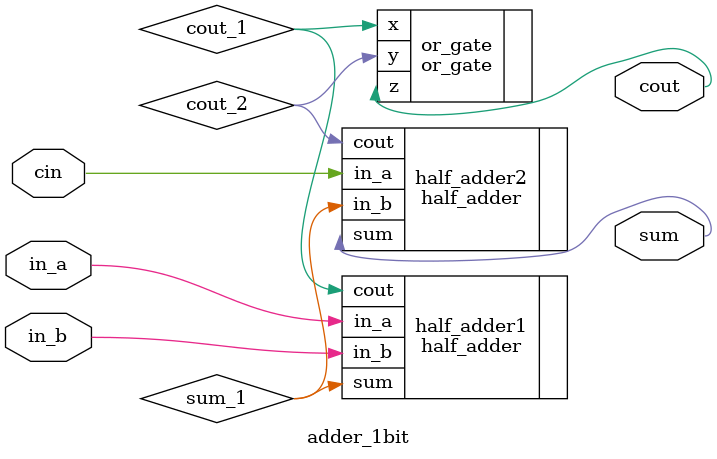
<source format=v>
`timescale 1ns/1ps
module adder_1bit(
//input
in_a,
in_b,
cin,
//output
sum,
cout
);
input in_a;
input in_b;
input cin;

output sum;
output cout;

wire sum_1;
wire cout_1;
wire cout_2;

 
half_adder half_adder1(
.in_a(in_a),
.in_b(in_b),
.sum(sum_1),
.cout(cout_1)
);

half_adder half_adder2(
.in_a(cin),
.in_b(sum_1),
.sum(sum),
.cout(cout_2)
);

or_gate or_gate(
.x(cout_1),
.y(cout_2),
.z(cout)
);
endmodule

</source>
